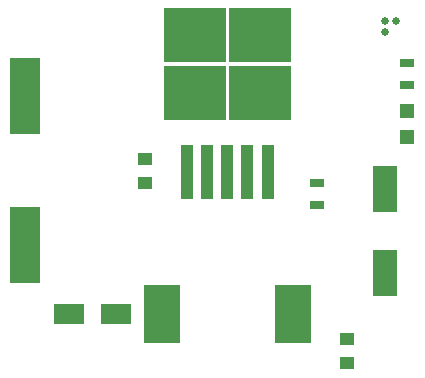
<source format=gtp>
G04 #@! TF.GenerationSoftware,KiCad,Pcbnew,(5.1.0)-1*
G04 #@! TF.CreationDate,2019-08-10T18:49:58-05:00*
G04 #@! TF.ProjectId,TS2596_24V_to_5V_3A_reg,54533235-3936-45f3-9234-565f746f5f35,V0*
G04 #@! TF.SameCoordinates,Original*
G04 #@! TF.FileFunction,Paste,Top*
G04 #@! TF.FilePolarity,Positive*
%FSLAX46Y46*%
G04 Gerber Fmt 4.6, Leading zero omitted, Abs format (unit mm)*
G04 Created by KiCad (PCBNEW (5.1.0)-1) date 2019-08-10 18:49:58*
%MOMM*%
%LPD*%
G04 APERTURE LIST*
%ADD10R,1.100000X4.600000*%
%ADD11R,5.250000X4.550001*%
%ADD12R,2.000000X4.000000*%
%ADD13R,2.500000X1.700000*%
%ADD14R,1.300000X0.700000*%
%ADD15R,3.100000X5.000000*%
%ADD16C,0.635000*%
%ADD17R,1.200000X1.200000*%
%ADD18R,1.250000X1.000000*%
%ADD19R,2.500000X6.500000*%
G04 APERTURE END LIST*
D10*
X170590000Y-85785000D03*
X172290000Y-85785000D03*
X173990000Y-85785000D03*
X175690000Y-85785000D03*
X177390000Y-85785000D03*
D11*
X176765000Y-74210000D03*
X171215000Y-79060000D03*
X171215000Y-74210000D03*
X176765000Y-79060000D03*
D12*
X187325000Y-87255000D03*
X187325000Y-94355000D03*
D13*
X164560000Y-97790000D03*
X160560000Y-97790000D03*
D14*
X189230000Y-78420000D03*
X189230000Y-76520000D03*
X181610000Y-86680000D03*
X181610000Y-88580000D03*
D15*
X179540000Y-97790000D03*
X168440000Y-97790000D03*
D16*
X187325000Y-73025000D03*
X188223026Y-73025000D03*
X187325000Y-73923026D03*
D17*
X189230000Y-82845000D03*
X189230000Y-80645000D03*
D18*
X184150000Y-99965000D03*
X184150000Y-101965000D03*
X167005000Y-86725000D03*
X167005000Y-84725000D03*
D19*
X156845000Y-79375000D03*
X156845000Y-91975000D03*
M02*

</source>
